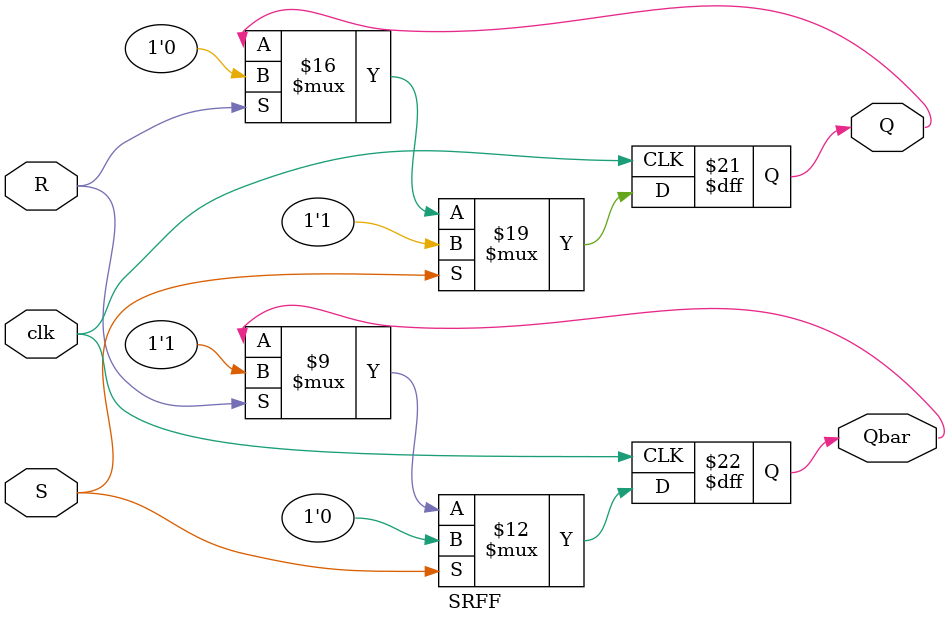
<source format=sv>
module SRFF(Q,Qbar,clk,S,R);
  output reg Q,Qbar;
  input S,R,clk;
  always @(posedge clk)
    begin
      if(S==1)  //Set state
        begin
          Q<=1;
          Qbar<=0;
        end
      else if(R==1)  //Reset State
        begin
          Q<=0;
          Qbar<=1;
        end
      else if(S==0 & R==0) //Memory state
        begin
          Q<=Q;
          Qbar<=Qbar;
        end
    end
endmodule
</source>
